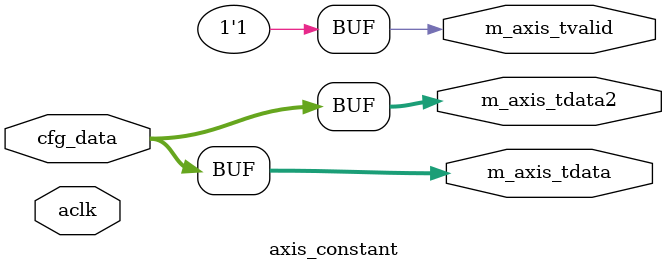
<source format=v>
`timescale 1 ns / 1 ps

module axis_constant #
(
  parameter integer AXIS_TDATA_WIDTH = 32
)
(
  // System signals
  input  wire                        aclk,

  input  wire [AXIS_TDATA_WIDTH-1:0] cfg_data,

  // Master side
  output wire [AXIS_TDATA_WIDTH-1:0] m_axis_tdata,
  output wire [AXIS_TDATA_WIDTH-1:0] m_axis_tdata2,
  output wire                        m_axis_tvalid
);

  assign m_axis_tdata = cfg_data;
  assign m_axis_tdata2 = cfg_data;
  assign m_axis_tvalid = 1'b1;

endmodule
</source>
